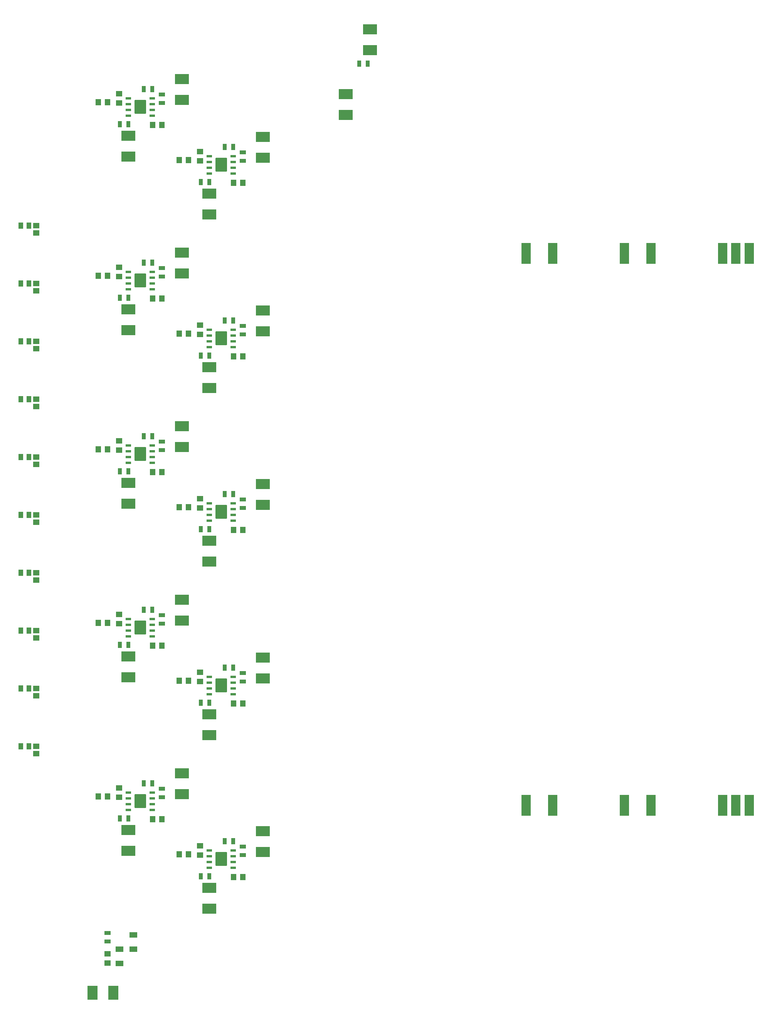
<source format=gbr>
%TF.GenerationSoftware,Altium Limited,Altium Designer,25.0.2 (28)*%
G04 Layer_Color=8421504*
%FSLAX45Y45*%
%MOMM*%
%TF.SameCoordinates,B88DCB4E-FD68-4634-876E-9F1E0B8218E1*%
%TF.FilePolarity,Positive*%
%TF.FileFunction,Paste,Top*%
%TF.Part,Single*%
G01*
G75*
%TA.AperFunction,SMDPad,CuDef*%
%ADD10R,3.04800X2.28600*%
%ADD11R,0.95000X1.40000*%
%ADD12R,1.80000X1.30000*%
%ADD13R,1.40000X0.95000*%
%ADD14R,1.45000X1.20000*%
%ADD15R,2.28600X3.04800*%
%ADD16R,1.20000X1.45000*%
%ADD17R,2.03200X4.57200*%
G04:AMPARAMS|DCode=19|XSize=0.55mm|YSize=1.25mm|CornerRadius=0.0495mm|HoleSize=0mm|Usage=FLASHONLY|Rotation=90.000|XOffset=0mm|YOffset=0mm|HoleType=Round|Shape=RoundedRectangle|*
%AMROUNDEDRECTD19*
21,1,0.55000,1.15100,0,0,90.0*
21,1,0.45100,1.25000,0,0,90.0*
1,1,0.09900,0.57550,0.22550*
1,1,0.09900,0.57550,-0.22550*
1,1,0.09900,-0.57550,-0.22550*
1,1,0.09900,-0.57550,0.22550*
%
%ADD19ROUNDEDRECTD19*%
%ADD20R,1.45000X1.30000*%
%ADD21R,1.00000X1.35000*%
%TA.AperFunction,OtherPad,Pad U10-9 (88.9mm,80.01mm)*%
G04:AMPARAMS|DCode=69|XSize=2.49mm|YSize=3mm|CornerRadius=0.0498mm|HoleSize=0mm|Usage=FLASHONLY|Rotation=0.000|XOffset=0mm|YOffset=0mm|HoleType=Round|Shape=RoundedRectangle|*
%AMROUNDEDRECTD69*
21,1,2.49000,2.90040,0,0,0.0*
21,1,2.39040,3.00000,0,0,0.0*
1,1,0.09960,1.19520,-1.45020*
1,1,0.09960,-1.19520,-1.45020*
1,1,0.09960,-1.19520,1.45020*
1,1,0.09960,1.19520,1.45020*
%
%ADD69ROUNDEDRECTD69*%
%TA.AperFunction,OtherPad,Pad U2-9 (88.9mm,232.41mm)*%
G04:AMPARAMS|DCode=70|XSize=2.49mm|YSize=3mm|CornerRadius=0.0498mm|HoleSize=0mm|Usage=FLASHONLY|Rotation=0.000|XOffset=0mm|YOffset=0mm|HoleType=Round|Shape=RoundedRectangle|*
%AMROUNDEDRECTD70*
21,1,2.49000,2.90040,0,0,0.0*
21,1,2.39040,3.00000,0,0,0.0*
1,1,0.09960,1.19520,-1.45020*
1,1,0.09960,-1.19520,-1.45020*
1,1,0.09960,-1.19520,1.45020*
1,1,0.09960,1.19520,1.45020*
%
%ADD70ROUNDEDRECTD70*%
%TA.AperFunction,OtherPad,Pad U4-9 (88.9mm,194.31mm)*%
G04:AMPARAMS|DCode=71|XSize=2.49mm|YSize=3mm|CornerRadius=0.0498mm|HoleSize=0mm|Usage=FLASHONLY|Rotation=0.000|XOffset=0mm|YOffset=0mm|HoleType=Round|Shape=RoundedRectangle|*
%AMROUNDEDRECTD71*
21,1,2.49000,2.90040,0,0,0.0*
21,1,2.39040,3.00000,0,0,0.0*
1,1,0.09960,1.19520,-1.45020*
1,1,0.09960,-1.19520,-1.45020*
1,1,0.09960,-1.19520,1.45020*
1,1,0.09960,1.19520,1.45020*
%
%ADD71ROUNDEDRECTD71*%
%TA.AperFunction,OtherPad,Pad U8-9 (88.9mm,118.11mm)*%
G04:AMPARAMS|DCode=72|XSize=2.49mm|YSize=3mm|CornerRadius=0.0498mm|HoleSize=0mm|Usage=FLASHONLY|Rotation=0.000|XOffset=0mm|YOffset=0mm|HoleType=Round|Shape=RoundedRectangle|*
%AMROUNDEDRECTD72*
21,1,2.49000,2.90040,0,0,0.0*
21,1,2.39040,3.00000,0,0,0.0*
1,1,0.09960,1.19520,-1.45020*
1,1,0.09960,-1.19520,-1.45020*
1,1,0.09960,-1.19520,1.45020*
1,1,0.09960,1.19520,1.45020*
%
%ADD72ROUNDEDRECTD72*%
%TA.AperFunction,OtherPad,Pad U6-9 (88.9mm,156.21mm)*%
G04:AMPARAMS|DCode=73|XSize=2.49mm|YSize=3mm|CornerRadius=0.0498mm|HoleSize=0mm|Usage=FLASHONLY|Rotation=0.000|XOffset=0mm|YOffset=0mm|HoleType=Round|Shape=RoundedRectangle|*
%AMROUNDEDRECTD73*
21,1,2.49000,2.90040,0,0,0.0*
21,1,2.39040,3.00000,0,0,0.0*
1,1,0.09960,1.19520,-1.45020*
1,1,0.09960,-1.19520,-1.45020*
1,1,0.09960,-1.19520,1.45020*
1,1,0.09960,1.19520,1.45020*
%
%ADD73ROUNDEDRECTD73*%
%TA.AperFunction,OtherPad,Pad U1-9 (71.12mm,245.11mm)*%
G04:AMPARAMS|DCode=74|XSize=2.49mm|YSize=3mm|CornerRadius=0.0498mm|HoleSize=0mm|Usage=FLASHONLY|Rotation=0.000|XOffset=0mm|YOffset=0mm|HoleType=Round|Shape=RoundedRectangle|*
%AMROUNDEDRECTD74*
21,1,2.49000,2.90040,0,0,0.0*
21,1,2.39040,3.00000,0,0,0.0*
1,1,0.09960,1.19520,-1.45020*
1,1,0.09960,-1.19520,-1.45020*
1,1,0.09960,-1.19520,1.45020*
1,1,0.09960,1.19520,1.45020*
%
%ADD74ROUNDEDRECTD74*%
%TA.AperFunction,OtherPad,Pad U3-9 (71.12mm,207.01mm)*%
G04:AMPARAMS|DCode=75|XSize=2.49mm|YSize=3mm|CornerRadius=0.0498mm|HoleSize=0mm|Usage=FLASHONLY|Rotation=0.000|XOffset=0mm|YOffset=0mm|HoleType=Round|Shape=RoundedRectangle|*
%AMROUNDEDRECTD75*
21,1,2.49000,2.90040,0,0,0.0*
21,1,2.39040,3.00000,0,0,0.0*
1,1,0.09960,1.19520,-1.45020*
1,1,0.09960,-1.19520,-1.45020*
1,1,0.09960,-1.19520,1.45020*
1,1,0.09960,1.19520,1.45020*
%
%ADD75ROUNDEDRECTD75*%
%TA.AperFunction,OtherPad,Pad U9-9 (71.12mm,92.71mm)*%
G04:AMPARAMS|DCode=76|XSize=2.49mm|YSize=3mm|CornerRadius=0.0498mm|HoleSize=0mm|Usage=FLASHONLY|Rotation=0.000|XOffset=0mm|YOffset=0mm|HoleType=Round|Shape=RoundedRectangle|*
%AMROUNDEDRECTD76*
21,1,2.49000,2.90040,0,0,0.0*
21,1,2.39040,3.00000,0,0,0.0*
1,1,0.09960,1.19520,-1.45020*
1,1,0.09960,-1.19520,-1.45020*
1,1,0.09960,-1.19520,1.45020*
1,1,0.09960,1.19520,1.45020*
%
%ADD76ROUNDEDRECTD76*%
%TA.AperFunction,OtherPad,Pad U7-9 (71.12mm,130.81mm)*%
G04:AMPARAMS|DCode=77|XSize=2.49mm|YSize=3mm|CornerRadius=0.0498mm|HoleSize=0mm|Usage=FLASHONLY|Rotation=0.000|XOffset=0mm|YOffset=0mm|HoleType=Round|Shape=RoundedRectangle|*
%AMROUNDEDRECTD77*
21,1,2.49000,2.90040,0,0,0.0*
21,1,2.39040,3.00000,0,0,0.0*
1,1,0.09960,1.19520,-1.45020*
1,1,0.09960,-1.19520,-1.45020*
1,1,0.09960,-1.19520,1.45020*
1,1,0.09960,1.19520,1.45020*
%
%ADD77ROUNDEDRECTD77*%
%TA.AperFunction,OtherPad,Pad U5-9 (71.12mm,168.91mm)*%
G04:AMPARAMS|DCode=78|XSize=2.49mm|YSize=3mm|CornerRadius=0.0498mm|HoleSize=0mm|Usage=FLASHONLY|Rotation=0.000|XOffset=0mm|YOffset=0mm|HoleType=Round|Shape=RoundedRectangle|*
%AMROUNDEDRECTD78*
21,1,2.49000,2.90040,0,0,0.0*
21,1,2.39040,3.00000,0,0,0.0*
1,1,0.09960,1.19520,-1.45020*
1,1,0.09960,-1.19520,-1.45020*
1,1,0.09960,-1.19520,1.45020*
1,1,0.09960,1.19520,1.45020*
%
%ADD78ROUNDEDRECTD78*%
D10*
X11620500Y24333200D02*
D03*
Y24790401D02*
D03*
X12153900Y25755600D02*
D03*
Y26212799D02*
D03*
X9804400Y8610600D02*
D03*
Y8153400D02*
D03*
Y12420600D02*
D03*
Y11963400D02*
D03*
Y23850600D02*
D03*
Y23393401D02*
D03*
Y20040601D02*
D03*
Y19583400D02*
D03*
X8623300Y6908800D02*
D03*
Y7366000D02*
D03*
Y10718800D02*
D03*
Y11176000D02*
D03*
Y22148801D02*
D03*
Y22606000D02*
D03*
Y18338800D02*
D03*
Y18796001D02*
D03*
Y14528799D02*
D03*
Y14986000D02*
D03*
X9804400Y16230600D02*
D03*
Y15773399D02*
D03*
X8026400Y9880600D02*
D03*
Y9423400D02*
D03*
Y13690601D02*
D03*
Y13233400D02*
D03*
Y25120599D02*
D03*
Y24663400D02*
D03*
Y21310600D02*
D03*
Y20853400D02*
D03*
Y17500600D02*
D03*
Y17043401D02*
D03*
X6845300Y8178800D02*
D03*
Y8636000D02*
D03*
Y11988800D02*
D03*
Y12446000D02*
D03*
Y23418800D02*
D03*
Y23875999D02*
D03*
Y19608800D02*
D03*
Y20066000D02*
D03*
Y15798801D02*
D03*
Y16256000D02*
D03*
D11*
X12106700Y25463499D02*
D03*
X11921700D02*
D03*
X7369600Y24904700D02*
D03*
X7184600D02*
D03*
X8626900Y22860001D02*
D03*
X8441900D02*
D03*
X8626900Y19050000D02*
D03*
X8441900D02*
D03*
X8626900Y7620000D02*
D03*
X8441900D02*
D03*
X8626900Y11430000D02*
D03*
X8441900D02*
D03*
X8962600Y8394700D02*
D03*
X9147600D02*
D03*
X8962600Y12204700D02*
D03*
X9147600D02*
D03*
X8962600Y23634700D02*
D03*
X9147600D02*
D03*
X8962600Y19824699D02*
D03*
X9147600D02*
D03*
X8626900Y15239999D02*
D03*
X8441900D02*
D03*
X8962600Y16014700D02*
D03*
X9147600D02*
D03*
X6848900Y12700000D02*
D03*
X6663900D02*
D03*
X7184600Y13474699D02*
D03*
X7369600D02*
D03*
X7184600Y9664700D02*
D03*
X7369600D02*
D03*
X7184600Y21094701D02*
D03*
X7369600D02*
D03*
X6848900Y8890000D02*
D03*
X6663900D02*
D03*
X6848900Y24130000D02*
D03*
X6663900D02*
D03*
X6848900Y20320000D02*
D03*
X6663900D02*
D03*
X6848900Y16510001D02*
D03*
X6663900D02*
D03*
X7184600Y17284700D02*
D03*
X7369600D02*
D03*
D12*
X6959600Y6022394D02*
D03*
Y6332394D02*
D03*
X6654800Y6022400D02*
D03*
Y5712400D02*
D03*
D13*
X6388100Y6379000D02*
D03*
Y6194000D02*
D03*
X9359900Y23326300D02*
D03*
Y23511301D02*
D03*
Y19516299D02*
D03*
Y19701300D02*
D03*
Y8086300D02*
D03*
Y8271300D02*
D03*
Y11896300D02*
D03*
Y12081300D02*
D03*
Y15706300D02*
D03*
Y15891299D02*
D03*
X7581900Y24596300D02*
D03*
Y24781300D02*
D03*
Y20786301D02*
D03*
Y20971300D02*
D03*
Y9356300D02*
D03*
Y9541300D02*
D03*
Y13166299D02*
D03*
Y13351300D02*
D03*
Y16976300D02*
D03*
Y17161301D02*
D03*
D14*
X6388100Y5916600D02*
D03*
Y5716600D02*
D03*
X6642100Y24801500D02*
D03*
Y24601500D02*
D03*
X8420100Y8091500D02*
D03*
Y8291500D02*
D03*
Y11901500D02*
D03*
Y12101500D02*
D03*
Y23331500D02*
D03*
Y23531500D02*
D03*
Y19521500D02*
D03*
Y19721500D02*
D03*
Y15711501D02*
D03*
Y15911501D02*
D03*
X6642100Y9361500D02*
D03*
Y9561500D02*
D03*
Y13171500D02*
D03*
Y13371500D02*
D03*
Y20791499D02*
D03*
Y20991499D02*
D03*
Y16981500D02*
D03*
Y17181500D02*
D03*
D15*
X6515100Y5067300D02*
D03*
X6057900D02*
D03*
D16*
X6386500Y24612601D02*
D03*
X6186500D02*
D03*
X7964500Y8102600D02*
D03*
X8164500D02*
D03*
X7964500Y11912600D02*
D03*
X8164500D02*
D03*
X7964500Y23342599D02*
D03*
X8164500D02*
D03*
X7964500Y19532600D02*
D03*
X8164500D02*
D03*
X9158300Y22847301D02*
D03*
X9358300D02*
D03*
X9158300Y19037300D02*
D03*
X9358300D02*
D03*
X9158300Y7607300D02*
D03*
X9358300D02*
D03*
X9158300Y11417300D02*
D03*
X9358300D02*
D03*
X7964500Y15722600D02*
D03*
X8164500D02*
D03*
X9158300Y15227299D02*
D03*
X9358300D02*
D03*
X6186500Y9372600D02*
D03*
X6386500D02*
D03*
X6186500Y20802600D02*
D03*
X6386500D02*
D03*
X6186500Y13182600D02*
D03*
X6386500D02*
D03*
X7380300Y8877300D02*
D03*
X7580300D02*
D03*
X7380300Y12687300D02*
D03*
X7580300D02*
D03*
X7380300Y24117300D02*
D03*
X7580300D02*
D03*
X7380300Y20307300D02*
D03*
X7580300D02*
D03*
X7380300Y16497301D02*
D03*
X7580300D02*
D03*
X6186500Y16992599D02*
D03*
X6386500D02*
D03*
D17*
X15582899Y9182100D02*
D03*
X16167099D02*
D03*
X17741901D02*
D03*
X18326100D02*
D03*
X19900900D02*
D03*
X20485100D02*
D03*
X20192999D02*
D03*
X19900900Y21297900D02*
D03*
X20485100D02*
D03*
X20192999D02*
D03*
X17741901D02*
D03*
X18326100D02*
D03*
X16167101D02*
D03*
X15582899D02*
D03*
D19*
X8627500Y8191500D02*
D03*
Y8064500D02*
D03*
Y7937500D02*
D03*
Y7810500D02*
D03*
X9152500Y8191500D02*
D03*
Y8064500D02*
D03*
Y7937500D02*
D03*
Y7810500D02*
D03*
X8627500Y23431500D02*
D03*
Y23304500D02*
D03*
Y23177499D02*
D03*
Y23050500D02*
D03*
X9152500Y23431500D02*
D03*
Y23304500D02*
D03*
Y23177499D02*
D03*
Y23050500D02*
D03*
X8627500Y19621500D02*
D03*
Y19494501D02*
D03*
Y19367500D02*
D03*
Y19240500D02*
D03*
X9152500Y19621500D02*
D03*
Y19494501D02*
D03*
Y19367500D02*
D03*
Y19240500D02*
D03*
X8627500Y12001500D02*
D03*
Y11874500D02*
D03*
Y11747500D02*
D03*
Y11620500D02*
D03*
X9152500Y12001500D02*
D03*
Y11874500D02*
D03*
Y11747500D02*
D03*
Y11620500D02*
D03*
X8627500Y15811501D02*
D03*
Y15684500D02*
D03*
Y15557500D02*
D03*
Y15430499D02*
D03*
X9152500Y15811501D02*
D03*
Y15684500D02*
D03*
Y15557500D02*
D03*
Y15430499D02*
D03*
X6849500Y24701500D02*
D03*
Y24574500D02*
D03*
Y24447501D02*
D03*
Y24320500D02*
D03*
X7374500Y24701500D02*
D03*
Y24574500D02*
D03*
Y24447501D02*
D03*
Y24320500D02*
D03*
X6849500Y20891499D02*
D03*
Y20764500D02*
D03*
Y20637500D02*
D03*
Y20510500D02*
D03*
X7374500Y20891499D02*
D03*
Y20764500D02*
D03*
Y20637500D02*
D03*
Y20510500D02*
D03*
X6849500Y9461500D02*
D03*
Y9334500D02*
D03*
Y9207500D02*
D03*
Y9080500D02*
D03*
X7374500Y9461500D02*
D03*
Y9334500D02*
D03*
Y9207500D02*
D03*
Y9080500D02*
D03*
X6849500Y13271500D02*
D03*
Y13144501D02*
D03*
Y13017500D02*
D03*
Y12890500D02*
D03*
X7374500Y13271500D02*
D03*
Y13144501D02*
D03*
Y13017500D02*
D03*
Y12890500D02*
D03*
X6849500Y17081500D02*
D03*
Y16954500D02*
D03*
Y16827499D02*
D03*
Y16700500D02*
D03*
X7374500Y17081500D02*
D03*
Y16954500D02*
D03*
Y16827499D02*
D03*
Y16700500D02*
D03*
D20*
X4826000Y21742500D02*
D03*
Y21907500D02*
D03*
Y20472501D02*
D03*
Y20637502D02*
D03*
Y19202501D02*
D03*
Y19367500D02*
D03*
Y17932501D02*
D03*
Y18097501D02*
D03*
Y16662502D02*
D03*
Y16827501D02*
D03*
Y15392500D02*
D03*
Y15557501D02*
D03*
Y14122501D02*
D03*
Y14287502D02*
D03*
Y12852501D02*
D03*
Y13017500D02*
D03*
Y11582501D02*
D03*
Y11747501D02*
D03*
Y10312501D02*
D03*
Y10477501D02*
D03*
D21*
X4662000Y15557500D02*
D03*
X4482000D02*
D03*
Y21907500D02*
D03*
X4662000D02*
D03*
X4482000Y14287500D02*
D03*
X4662000D02*
D03*
X4482000Y20637500D02*
D03*
X4662000D02*
D03*
X4482000Y13017500D02*
D03*
X4662000D02*
D03*
X4482000Y19367500D02*
D03*
X4662000D02*
D03*
X4482000Y11747500D02*
D03*
X4662000D02*
D03*
X4482000Y18097501D02*
D03*
X4662000D02*
D03*
X4482000Y10477500D02*
D03*
X4662000D02*
D03*
X4482000Y16827499D02*
D03*
X4662000D02*
D03*
D69*
X8890000Y8001000D02*
D03*
D70*
Y23241000D02*
D03*
D71*
Y19431000D02*
D03*
D72*
Y11811000D02*
D03*
D73*
Y15621001D02*
D03*
D74*
X7112000Y24511000D02*
D03*
D75*
Y20700999D02*
D03*
D76*
Y9271000D02*
D03*
D77*
Y13081000D02*
D03*
D78*
Y16891000D02*
D03*
%TF.MD5,ef74158121ede7dc316cf24aaae7a0e4*%
M02*

</source>
